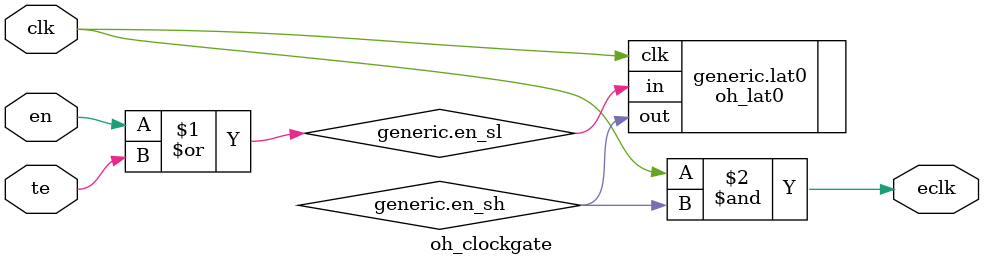
<source format=v>

module oh_clockgate # (parameter ASIC = 0,   // use ASIC lib
		       parameter PROJ = "E5" // project name (used for IP selection)
		      ) 
   ( 
     input  clk, // clock input 
     input  te, // test enable enable   
     input  en, // enable (from positive edge FF)
     output eclk // enabled clock output
     );

   generate
      if(ASIC)	     
	begin : asic
	   asic_icg  #(.PROJ(PROJ))
	   asic_icg (.en(en),
		     .te(te),
		     .clk(clk),
		     .eclk(eclk));
	end
      else
	begin : generic
	   wire    en_sh;
	   wire    en_sl;
	   //Stable low/valid rising edge enable
	   assign   en_sl = en | te;
	   
	   //Stable high enable signal
	   oh_lat0 lat0 (.out (en_sh),
			 .in  (en_sl),
			 .clk (clk));
	   
	   assign eclk =  clk & en_sh;
	end 
   endgenerate
        
endmodule // oh_clockgate



</source>
